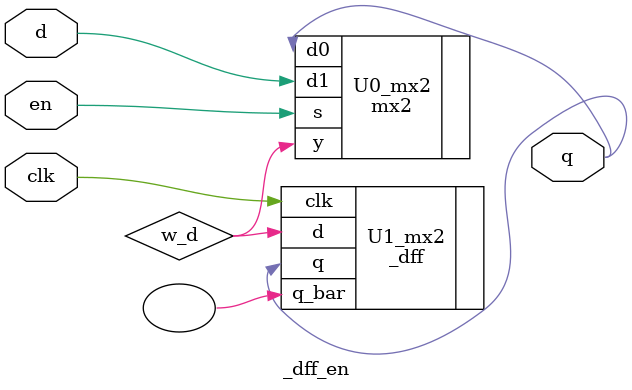
<source format=v>
module _dff_en(clk, en, d, q);
	input clk, en, d;
	output q;

	wire w_d;

	mx2 U0_mx2(.d0(q), .d1(d), .s(en), .y(w_d));
	_dff U1_mx2(.clk(clk), .d(w_d), .q(q), .q_bar());
endmodule

</source>
